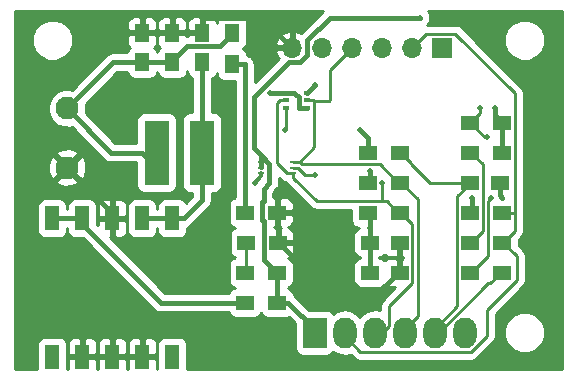
<source format=gbr>
G04 #@! TF.FileFunction,Copper,L1,Top,Signal*
%FSLAX46Y46*%
G04 Gerber Fmt 4.6, Leading zero omitted, Abs format (unit mm)*
G04 Created by KiCad (PCBNEW 4.0.1-stable) date 5/23/2018 12:30:49 PM*
%MOMM*%
G01*
G04 APERTURE LIST*
%ADD10C,0.100000*%
%ADD11R,1.700000X1.700000*%
%ADD12O,1.700000X1.700000*%
%ADD13R,2.000000X2.600000*%
%ADD14O,2.000000X2.600000*%
%ADD15C,1.950000*%
%ADD16R,0.550000X0.300000*%
%ADD17R,0.550000X0.250000*%
%ADD18R,1.500000X1.250000*%
%ADD19R,1.250000X1.500000*%
%ADD20R,2.150000X5.500000*%
%ADD21R,1.500000X1.300000*%
%ADD22R,1.200000X2.100000*%
%ADD23R,1.300000X1.500000*%
%ADD24C,0.500000*%
%ADD25C,0.400000*%
%ADD26C,0.300000*%
%ADD27C,0.250000*%
%ADD28C,0.254000*%
G04 APERTURE END LIST*
D10*
D11*
X148590000Y-95250000D03*
D12*
X146050000Y-95250000D03*
X143510000Y-95250000D03*
X140970000Y-95250000D03*
X138430000Y-95250000D03*
X135890000Y-95250000D03*
D13*
X137795000Y-119380000D03*
D14*
X140335000Y-119380000D03*
X142875000Y-119380000D03*
X145415000Y-119380000D03*
X147955000Y-119380000D03*
X150495000Y-119380000D03*
D15*
X116840000Y-105410000D03*
X116840000Y-100410000D03*
D16*
X135410000Y-99060000D03*
X135410000Y-99710000D03*
X135410000Y-100360000D03*
X137160000Y-100360000D03*
X137160000Y-99710000D03*
X137160000Y-99060000D03*
D17*
X135995000Y-104910000D03*
X133245000Y-104910000D03*
X133245000Y-105410000D03*
X133245000Y-105910000D03*
X135995000Y-105910000D03*
X135995000Y-105410000D03*
D18*
X142480000Y-111760000D03*
X144980000Y-111760000D03*
X142480000Y-114300000D03*
X144980000Y-114300000D03*
D19*
X123190000Y-96500000D03*
X123190000Y-94000000D03*
X125730000Y-96500000D03*
X125730000Y-94000000D03*
X128270000Y-96500000D03*
X128270000Y-94000000D03*
D18*
X150977600Y-106680000D03*
X153477600Y-106680000D03*
D20*
X124420000Y-104140000D03*
X128270000Y-104140000D03*
D21*
X134620000Y-116840000D03*
X131920000Y-116840000D03*
X142280000Y-106680000D03*
X144980000Y-106680000D03*
X142280000Y-109220000D03*
X144980000Y-109220000D03*
X150970000Y-109220000D03*
X153670000Y-109220000D03*
X142280000Y-104140000D03*
X144980000Y-104140000D03*
D22*
X115570000Y-121420000D03*
X118110000Y-121420000D03*
X125730000Y-121420000D03*
X123190000Y-121420000D03*
X115570000Y-109720000D03*
X118110000Y-109720000D03*
X125730000Y-109720000D03*
X123190000Y-109720000D03*
X120650000Y-109720000D03*
X120650000Y-121420000D03*
D23*
X130810000Y-96680000D03*
X130810000Y-93980000D03*
D21*
X131920000Y-114300000D03*
X134620000Y-114300000D03*
X150970000Y-104140000D03*
X153670000Y-104140000D03*
X150970000Y-101600000D03*
X153670000Y-101600000D03*
X131920000Y-109220000D03*
X134620000Y-109220000D03*
X132000000Y-111760000D03*
X134700000Y-111760000D03*
X150970000Y-111760000D03*
X153670000Y-111760000D03*
X150970000Y-114300000D03*
X153670000Y-114300000D03*
D24*
X121920000Y-99695000D03*
X120015000Y-93980000D03*
X133204195Y-93559815D03*
X156210000Y-100965000D03*
X156845000Y-109855000D03*
X132080000Y-119380000D03*
X116205000Y-114935000D03*
X141605000Y-102235000D03*
X146685000Y-92710000D03*
X137795000Y-98425000D03*
X142440000Y-110490000D03*
X142440000Y-105690011D03*
X153035000Y-100330000D03*
X151130000Y-107950000D03*
X153670000Y-107950000D03*
X133985000Y-99060000D03*
X121920000Y-112395000D03*
X118110000Y-118110000D03*
X132715000Y-106680000D03*
X134620000Y-107315000D03*
X137795000Y-106045000D03*
X135255000Y-102235000D03*
X143510000Y-106680000D03*
X152349200Y-102819200D03*
X152704800Y-108000800D03*
X151765000Y-100330000D03*
D25*
X142280000Y-104140000D02*
X142280000Y-102910000D01*
X142280000Y-102910000D02*
X141605000Y-102235000D01*
X133350000Y-109855000D02*
X133350000Y-108369998D01*
X133350000Y-108369998D02*
X133470000Y-108249998D01*
X133470000Y-108249998D02*
X133470000Y-107195000D01*
X133470000Y-113250000D02*
X133470000Y-109975000D01*
X133470000Y-109975000D02*
X133350000Y-109855000D01*
X133245000Y-104385000D02*
X132619989Y-103759989D01*
X132619989Y-99463009D02*
X135582997Y-96500001D01*
X132619989Y-103759989D02*
X132619989Y-99463009D01*
X135582997Y-96500001D02*
X136529999Y-96500001D01*
X137179999Y-95850001D02*
X137179999Y-94649999D01*
X136529999Y-96500001D02*
X137179999Y-95850001D01*
X139119998Y-92710000D02*
X146685000Y-92710000D01*
X137179999Y-94649999D02*
X139119998Y-92710000D01*
X135555000Y-116840000D02*
X137795000Y-119080000D01*
X137795000Y-119080000D02*
X137795000Y-119380000D01*
X137160000Y-99060000D02*
X137795000Y-98425000D01*
X133969999Y-106695001D02*
X133470000Y-107195000D01*
X133245000Y-104385000D02*
X133969999Y-105109999D01*
X133969999Y-105109999D02*
X133969999Y-106695001D01*
X133245000Y-104910000D02*
X133245000Y-105359990D01*
X133245000Y-104910000D02*
X133245000Y-105305000D01*
X133245000Y-104385000D02*
X133245000Y-104910000D01*
X135555000Y-116840000D02*
X134620000Y-116840000D01*
X142480000Y-111760000D02*
X142480000Y-110530000D01*
X142480000Y-110530000D02*
X142440000Y-110490000D01*
X142440000Y-110490000D02*
X142440000Y-114260000D01*
X142440000Y-114260000D02*
X142480000Y-114300000D01*
X142440000Y-110490000D02*
X142440000Y-109380000D01*
X142440000Y-109380000D02*
X142280000Y-109220000D01*
X142440000Y-105690011D02*
X142440000Y-106520000D01*
X142440000Y-106520000D02*
X142280000Y-106680000D01*
X142440000Y-103980000D02*
X142280000Y-104140000D01*
X153670000Y-104140000D02*
X153670000Y-101600000D01*
X153035000Y-100330000D02*
X153035000Y-100965000D01*
X153035000Y-100965000D02*
X153670000Y-101600000D01*
X151130000Y-107950000D02*
X151130000Y-109060000D01*
X151130000Y-109060000D02*
X150970000Y-109220000D01*
X133470000Y-113250000D02*
X134520000Y-114300000D01*
X134520000Y-114300000D02*
X134620000Y-114300000D01*
X134620000Y-116840000D02*
X134620000Y-114300000D01*
X153477600Y-106680000D02*
X153477600Y-107757600D01*
X153477600Y-107757600D02*
X153670000Y-107950000D01*
X133350000Y-92710000D02*
X135890000Y-95250000D01*
X128410000Y-92710000D02*
X133350000Y-92710000D01*
X128270000Y-94000000D02*
X128270000Y-92850000D01*
X128270000Y-92850000D02*
X128410000Y-92710000D01*
X135410000Y-99060000D02*
X136085000Y-99060000D01*
X136085000Y-99060000D02*
X136484995Y-99459995D01*
X136484995Y-99459995D02*
X136485000Y-100360000D01*
X136485000Y-100360000D02*
X137160000Y-100360000D01*
X135410000Y-99060000D02*
X133985000Y-99060000D01*
X142950000Y-116205000D02*
X139245000Y-116205000D01*
X139245000Y-116205000D02*
X134800000Y-111760000D01*
X134800000Y-111760000D02*
X134700000Y-111760000D01*
X144980000Y-114300000D02*
X144855000Y-114300000D01*
X144855000Y-114300000D02*
X142950000Y-116205000D01*
X120650000Y-109720000D02*
X120650000Y-111125000D01*
X120650000Y-111125000D02*
X121920000Y-112395000D01*
X120650000Y-109720000D02*
X120650000Y-109270000D01*
X120650000Y-109270000D02*
X116840000Y-105460000D01*
X116840000Y-105460000D02*
X116840000Y-105410000D01*
X118110000Y-121420000D02*
X118110000Y-118110000D01*
D26*
X133245000Y-105910000D02*
X133245000Y-106150000D01*
X133245000Y-106150000D02*
X132715000Y-106680000D01*
D25*
X134620000Y-109220000D02*
X134620000Y-107315000D01*
X116840000Y-100410000D02*
X120570000Y-104140000D01*
X120570000Y-104140000D02*
X123170000Y-104140000D01*
X123170000Y-104140000D02*
X123190000Y-104160000D01*
X116840000Y-100410000D02*
X120750000Y-96500000D01*
X120750000Y-96500000D02*
X123190000Y-96500000D01*
X123190000Y-96500000D02*
X125730000Y-96500000D01*
X123190000Y-104160000D02*
X123805000Y-104775000D01*
X125730000Y-96500000D02*
X125730000Y-96375000D01*
X125730000Y-96375000D02*
X126954999Y-95150001D01*
X126954999Y-95150001D02*
X129739999Y-95150001D01*
X129739999Y-95150001D02*
X130810000Y-94080000D01*
X130810000Y-94080000D02*
X130810000Y-93980000D01*
X125670000Y-96560000D02*
X125730000Y-96500000D01*
X128270000Y-96500000D02*
X128270000Y-104140000D01*
X125730000Y-109720000D02*
X126730000Y-109720000D01*
X126730000Y-109720000D02*
X128270000Y-108180000D01*
X128270000Y-108180000D02*
X128270000Y-107290000D01*
X128270000Y-107290000D02*
X128270000Y-104140000D01*
X123190000Y-109720000D02*
X125730000Y-109720000D01*
D27*
X135995000Y-105410000D02*
X136383590Y-105410000D01*
X136383590Y-105410000D02*
X137018590Y-106045000D01*
X137018590Y-106045000D02*
X137795000Y-106045000D01*
X151170000Y-106680000D02*
X147520000Y-106680000D01*
X147520000Y-106680000D02*
X145980000Y-105140000D01*
X145980000Y-105140000D02*
X145980000Y-105040000D01*
X145980000Y-105040000D02*
X145080000Y-104140000D01*
X145080000Y-104140000D02*
X144980000Y-104140000D01*
X149860000Y-117175000D02*
X149860000Y-107865000D01*
X149860000Y-107865000D02*
X149875000Y-107850000D01*
X147955000Y-119380000D02*
X147955000Y-119080000D01*
X147955000Y-119080000D02*
X149860000Y-117175000D01*
X147955000Y-119380000D02*
X148321153Y-119380000D01*
X148321153Y-119380000D02*
X152501153Y-115200000D01*
X152501153Y-115200000D02*
X152670000Y-115200000D01*
X152670000Y-115200000D02*
X153570000Y-114300000D01*
X153570000Y-114300000D02*
X153670000Y-114300000D01*
X149860000Y-107850000D02*
X149875000Y-107850000D01*
X149875000Y-107850000D02*
X151045000Y-106680000D01*
X151045000Y-106680000D02*
X151170000Y-106680000D01*
X135410000Y-100360000D02*
X135410000Y-102080000D01*
X135410000Y-102080000D02*
X135255000Y-102235000D01*
X146050000Y-95250000D02*
X147225001Y-94074999D01*
X147225001Y-94074999D02*
X149700001Y-94074999D01*
X149700001Y-94074999D02*
X154745001Y-99119999D01*
X154745001Y-99119999D02*
X154745001Y-100689999D01*
X154940000Y-114935000D02*
X154940000Y-112930000D01*
X154940000Y-112930000D02*
X154745001Y-112735001D01*
X152400000Y-117475000D02*
X154940000Y-114935000D01*
X152400000Y-119648847D02*
X152400000Y-117475000D01*
X140335000Y-119380000D02*
X140335000Y-119680000D01*
X140335000Y-119680000D02*
X141660010Y-121005010D01*
X141660010Y-121005010D02*
X151043837Y-121005010D01*
X151043837Y-121005010D02*
X152400000Y-119648847D01*
X154745001Y-110784999D02*
X154745001Y-109220000D01*
X154745001Y-109220000D02*
X154745001Y-100689999D01*
X153670000Y-109220000D02*
X154745001Y-109220000D01*
X153670000Y-111760000D02*
X153770000Y-111760000D01*
X153770000Y-111760000D02*
X154745001Y-110784999D01*
X154745001Y-112735001D02*
X153770000Y-111760000D01*
D26*
X153670000Y-111760000D02*
X153570000Y-111760000D01*
D27*
X143510000Y-108244999D02*
X137954999Y-108244999D01*
X143904999Y-108244999D02*
X143510000Y-108244999D01*
X143510000Y-108244999D02*
X143510000Y-106680000D01*
X135995000Y-105910000D02*
X135470000Y-105910000D01*
X135470000Y-105910000D02*
X134620000Y-105060000D01*
X134620000Y-105060000D02*
X134620000Y-99975000D01*
X134620000Y-99975000D02*
X134885000Y-99710000D01*
X134885000Y-99710000D02*
X135410000Y-99710000D01*
X144980000Y-109220000D02*
X144880000Y-109220000D01*
X144880000Y-109220000D02*
X143904999Y-108244999D01*
X137954999Y-108244999D02*
X135995000Y-106285000D01*
X135995000Y-106285000D02*
X135995000Y-105910000D01*
X142875000Y-119380000D02*
X143510000Y-119380000D01*
X143510000Y-119380000D02*
X144089990Y-118800010D01*
X144089990Y-118800010D02*
X144089990Y-117150012D01*
X144089990Y-117150012D02*
X146055001Y-115185001D01*
X145080000Y-109220000D02*
X144980000Y-109220000D01*
X146055001Y-115185001D02*
X146055001Y-110195001D01*
X146055001Y-110195001D02*
X145080000Y-109220000D01*
X139065000Y-99695000D02*
X139065000Y-97155000D01*
X139065000Y-97155000D02*
X140970000Y-95250000D01*
X137760001Y-99785001D02*
X138974999Y-99785001D01*
X138974999Y-99785001D02*
X139065000Y-99695000D01*
X135995000Y-104910000D02*
X136520000Y-104910000D01*
X136520000Y-104910000D02*
X137760001Y-103669999D01*
X137760001Y-103669999D02*
X137760001Y-99785001D01*
X137760001Y-99785001D02*
X137685000Y-99710000D01*
X137685000Y-99710000D02*
X137160000Y-99710000D01*
X144980000Y-106680000D02*
X144880000Y-106680000D01*
X144880000Y-106680000D02*
X143315001Y-105115001D01*
X143315001Y-105115001D02*
X136725001Y-105115001D01*
X136725001Y-105115001D02*
X136520000Y-104910000D01*
X145415000Y-119380000D02*
X145415000Y-119080000D01*
X145415000Y-119080000D02*
X146505011Y-117989989D01*
X146505011Y-117989989D02*
X146505011Y-108105011D01*
X146505011Y-108105011D02*
X145080000Y-106680000D01*
X145080000Y-106680000D02*
X144980000Y-106680000D01*
D25*
X118110000Y-109720000D02*
X118110000Y-110170000D01*
X118110000Y-110170000D02*
X124780000Y-116840000D01*
X124780000Y-116840000D02*
X130770000Y-116840000D01*
X130770000Y-116840000D02*
X131920000Y-116840000D01*
X115570000Y-109720000D02*
X118110000Y-109720000D01*
X131920000Y-109220000D02*
X131920000Y-96740000D01*
X131920000Y-96740000D02*
X131860000Y-96680000D01*
X131860000Y-96680000D02*
X130810000Y-96680000D01*
D27*
X132000000Y-111760000D02*
X132000000Y-114220000D01*
X132000000Y-114220000D02*
X131920000Y-114300000D01*
X150970000Y-104140000D02*
X151070000Y-104140000D01*
X151070000Y-104140000D02*
X152052601Y-105122601D01*
X152052601Y-105122601D02*
X152052601Y-110777399D01*
X152052601Y-110777399D02*
X151070000Y-111760000D01*
X151070000Y-111760000D02*
X150970000Y-111760000D01*
X152349200Y-102819200D02*
X152189200Y-102819200D01*
X152189200Y-102819200D02*
X150970000Y-101600000D01*
X151070000Y-114300000D02*
X152502611Y-112867389D01*
X152502611Y-112867389D02*
X152502611Y-108202989D01*
X152502611Y-108202989D02*
X152704800Y-108000800D01*
X151765000Y-100330000D02*
X151765000Y-100805000D01*
X151765000Y-100805000D02*
X150970000Y-101600000D01*
X150970000Y-114300000D02*
X150970000Y-114775000D01*
X150970000Y-114300000D02*
X151070000Y-114300000D01*
X150970000Y-102075000D02*
X150970000Y-101600000D01*
D28*
G36*
X136664171Y-93984959D02*
X136656924Y-93978355D01*
X136246890Y-93808524D01*
X136017000Y-93929845D01*
X136017000Y-95123000D01*
X136037000Y-95123000D01*
X136037000Y-95377000D01*
X136017000Y-95377000D01*
X136017000Y-95397000D01*
X135763000Y-95397000D01*
X135763000Y-95377000D01*
X134569181Y-95377000D01*
X134448514Y-95606892D01*
X134694817Y-96131358D01*
X134734556Y-96167574D01*
X132755000Y-98147130D01*
X132755000Y-96740000D01*
X132691439Y-96420459D01*
X132510434Y-96149566D01*
X132450434Y-96089566D01*
X132269337Y-95968561D01*
X132179541Y-95908561D01*
X132100446Y-95892828D01*
X132063162Y-95694683D01*
X131924090Y-95478559D01*
X131711890Y-95333569D01*
X131698803Y-95330919D01*
X131911441Y-95194090D01*
X132056431Y-94981890D01*
X132074409Y-94893108D01*
X134448514Y-94893108D01*
X134569181Y-95123000D01*
X135763000Y-95123000D01*
X135763000Y-93929845D01*
X135533110Y-93808524D01*
X135123076Y-93978355D01*
X134694817Y-94368642D01*
X134448514Y-94893108D01*
X132074409Y-94893108D01*
X132107440Y-94730000D01*
X132107440Y-93230000D01*
X132063162Y-92994683D01*
X131924090Y-92778559D01*
X131711890Y-92633569D01*
X131460000Y-92582560D01*
X130160000Y-92582560D01*
X129924683Y-92626838D01*
X129708559Y-92765910D01*
X129563569Y-92978110D01*
X129530000Y-93143879D01*
X129530000Y-93123691D01*
X129433327Y-92890302D01*
X129254699Y-92711673D01*
X129021310Y-92615000D01*
X128555750Y-92615000D01*
X128397000Y-92773750D01*
X128397000Y-93873000D01*
X128417000Y-93873000D01*
X128417000Y-94127000D01*
X128397000Y-94127000D01*
X128397000Y-94147000D01*
X128143000Y-94147000D01*
X128143000Y-94127000D01*
X127168750Y-94127000D01*
X127010000Y-94285750D01*
X127010000Y-94315001D01*
X126990000Y-94315001D01*
X126990000Y-94285750D01*
X126831250Y-94127000D01*
X125857000Y-94127000D01*
X125857000Y-94147000D01*
X125603000Y-94147000D01*
X125603000Y-94127000D01*
X124628750Y-94127000D01*
X124470000Y-94285750D01*
X124470000Y-94876309D01*
X124566673Y-95109698D01*
X124707910Y-95250936D01*
X124653559Y-95285910D01*
X124508569Y-95498110D01*
X124474773Y-95665000D01*
X124446446Y-95665000D01*
X124418162Y-95514683D01*
X124279090Y-95298559D01*
X124210994Y-95252031D01*
X124353327Y-95109698D01*
X124450000Y-94876309D01*
X124450000Y-94285750D01*
X124291250Y-94127000D01*
X123317000Y-94127000D01*
X123317000Y-94147000D01*
X123063000Y-94147000D01*
X123063000Y-94127000D01*
X122088750Y-94127000D01*
X121930000Y-94285750D01*
X121930000Y-94876309D01*
X122026673Y-95109698D01*
X122167910Y-95250936D01*
X122113559Y-95285910D01*
X121968569Y-95498110D01*
X121934773Y-95665000D01*
X120750000Y-95665000D01*
X120430459Y-95728561D01*
X120161070Y-95908561D01*
X120159566Y-95909566D01*
X117237400Y-98831732D01*
X117161654Y-98800280D01*
X116521156Y-98799721D01*
X115929200Y-99044312D01*
X115475904Y-99496817D01*
X115230280Y-100088346D01*
X115229721Y-100728844D01*
X115474312Y-101320800D01*
X115926817Y-101774096D01*
X116518346Y-102019720D01*
X117158844Y-102020279D01*
X117237083Y-101987951D01*
X119979566Y-104730434D01*
X120250460Y-104911440D01*
X120570000Y-104975000D01*
X122697560Y-104975000D01*
X122697560Y-106890000D01*
X122741838Y-107125317D01*
X122880910Y-107341441D01*
X123093110Y-107486431D01*
X123345000Y-107537440D01*
X125495000Y-107537440D01*
X125730317Y-107493162D01*
X125946441Y-107354090D01*
X126091431Y-107141890D01*
X126142440Y-106890000D01*
X126142440Y-101390000D01*
X126098162Y-101154683D01*
X125959090Y-100938559D01*
X125746890Y-100793569D01*
X125495000Y-100742560D01*
X123345000Y-100742560D01*
X123109683Y-100786838D01*
X122893559Y-100925910D01*
X122748569Y-101138110D01*
X122697560Y-101390000D01*
X122697560Y-103305000D01*
X120915868Y-103305000D01*
X118418268Y-100807400D01*
X118449720Y-100731654D01*
X118450279Y-100091156D01*
X118417951Y-100012917D01*
X121095868Y-97335000D01*
X121933554Y-97335000D01*
X121961838Y-97485317D01*
X122100910Y-97701441D01*
X122313110Y-97846431D01*
X122565000Y-97897440D01*
X123815000Y-97897440D01*
X124050317Y-97853162D01*
X124266441Y-97714090D01*
X124411431Y-97501890D01*
X124445227Y-97335000D01*
X124473554Y-97335000D01*
X124501838Y-97485317D01*
X124640910Y-97701441D01*
X124853110Y-97846431D01*
X125105000Y-97897440D01*
X126355000Y-97897440D01*
X126590317Y-97853162D01*
X126806441Y-97714090D01*
X126951431Y-97501890D01*
X126999910Y-97262491D01*
X127041838Y-97485317D01*
X127180910Y-97701441D01*
X127393110Y-97846431D01*
X127435000Y-97854914D01*
X127435000Y-100742560D01*
X127195000Y-100742560D01*
X126959683Y-100786838D01*
X126743559Y-100925910D01*
X126598569Y-101138110D01*
X126547560Y-101390000D01*
X126547560Y-106890000D01*
X126591838Y-107125317D01*
X126730910Y-107341441D01*
X126943110Y-107486431D01*
X127195000Y-107537440D01*
X127435000Y-107537440D01*
X127435000Y-107834132D01*
X126894512Y-108374620D01*
X126794090Y-108218559D01*
X126581890Y-108073569D01*
X126330000Y-108022560D01*
X125130000Y-108022560D01*
X124894683Y-108066838D01*
X124678559Y-108205910D01*
X124533569Y-108418110D01*
X124482560Y-108670000D01*
X124482560Y-108885000D01*
X124437440Y-108885000D01*
X124437440Y-108670000D01*
X124393162Y-108434683D01*
X124254090Y-108218559D01*
X124041890Y-108073569D01*
X123790000Y-108022560D01*
X122590000Y-108022560D01*
X122354683Y-108066838D01*
X122138559Y-108205910D01*
X121993569Y-108418110D01*
X121942560Y-108670000D01*
X121942560Y-110770000D01*
X121986838Y-111005317D01*
X122125910Y-111221441D01*
X122338110Y-111366431D01*
X122590000Y-111417440D01*
X123790000Y-111417440D01*
X124025317Y-111373162D01*
X124241441Y-111234090D01*
X124386431Y-111021890D01*
X124437440Y-110770000D01*
X124437440Y-110555000D01*
X124482560Y-110555000D01*
X124482560Y-110770000D01*
X124526838Y-111005317D01*
X124665910Y-111221441D01*
X124878110Y-111366431D01*
X125130000Y-111417440D01*
X126330000Y-111417440D01*
X126565317Y-111373162D01*
X126781441Y-111234090D01*
X126926431Y-111021890D01*
X126977440Y-110770000D01*
X126977440Y-110505781D01*
X127049541Y-110491439D01*
X127320434Y-110310434D01*
X128860434Y-108770434D01*
X128927542Y-108670000D01*
X129041439Y-108499541D01*
X129105000Y-108180000D01*
X129105000Y-107537440D01*
X129345000Y-107537440D01*
X129580317Y-107493162D01*
X129796441Y-107354090D01*
X129941431Y-107141890D01*
X129992440Y-106890000D01*
X129992440Y-101390000D01*
X129948162Y-101154683D01*
X129809090Y-100938559D01*
X129596890Y-100793569D01*
X129345000Y-100742560D01*
X129105000Y-100742560D01*
X129105000Y-97857926D01*
X129130317Y-97853162D01*
X129346441Y-97714090D01*
X129491431Y-97501890D01*
X129512560Y-97397552D01*
X129512560Y-97430000D01*
X129556838Y-97665317D01*
X129695910Y-97881441D01*
X129908110Y-98026431D01*
X130160000Y-98077440D01*
X131085000Y-98077440D01*
X131085000Y-107938554D01*
X130934683Y-107966838D01*
X130718559Y-108105910D01*
X130573569Y-108318110D01*
X130522560Y-108570000D01*
X130522560Y-109870000D01*
X130566838Y-110105317D01*
X130705910Y-110321441D01*
X130918110Y-110466431D01*
X131068054Y-110496795D01*
X131014683Y-110506838D01*
X130798559Y-110645910D01*
X130653569Y-110858110D01*
X130602560Y-111110000D01*
X130602560Y-112410000D01*
X130646838Y-112645317D01*
X130785910Y-112861441D01*
X130998110Y-113006431D01*
X131070991Y-113021190D01*
X130934683Y-113046838D01*
X130718559Y-113185910D01*
X130573569Y-113398110D01*
X130522560Y-113650000D01*
X130522560Y-114950000D01*
X130566838Y-115185317D01*
X130705910Y-115401441D01*
X130918110Y-115546431D01*
X131029523Y-115568993D01*
X130934683Y-115586838D01*
X130718559Y-115725910D01*
X130573569Y-115938110D01*
X130560023Y-116005000D01*
X125125868Y-116005000D01*
X120445059Y-111324191D01*
X120523000Y-111246250D01*
X120523000Y-109847000D01*
X120777000Y-109847000D01*
X120777000Y-111246250D01*
X120935750Y-111405000D01*
X121376309Y-111405000D01*
X121609698Y-111308327D01*
X121788327Y-111129699D01*
X121885000Y-110896310D01*
X121885000Y-110005750D01*
X121726250Y-109847000D01*
X120777000Y-109847000D01*
X120523000Y-109847000D01*
X119573750Y-109847000D01*
X119415000Y-110005750D01*
X119415000Y-110294132D01*
X119357440Y-110236572D01*
X119357440Y-108670000D01*
X119333674Y-108543690D01*
X119415000Y-108543690D01*
X119415000Y-109434250D01*
X119573750Y-109593000D01*
X120523000Y-109593000D01*
X120523000Y-108193750D01*
X120777000Y-108193750D01*
X120777000Y-109593000D01*
X121726250Y-109593000D01*
X121885000Y-109434250D01*
X121885000Y-108543690D01*
X121788327Y-108310301D01*
X121609698Y-108131673D01*
X121376309Y-108035000D01*
X120935750Y-108035000D01*
X120777000Y-108193750D01*
X120523000Y-108193750D01*
X120364250Y-108035000D01*
X119923691Y-108035000D01*
X119690302Y-108131673D01*
X119511673Y-108310301D01*
X119415000Y-108543690D01*
X119333674Y-108543690D01*
X119313162Y-108434683D01*
X119174090Y-108218559D01*
X118961890Y-108073569D01*
X118710000Y-108022560D01*
X117510000Y-108022560D01*
X117274683Y-108066838D01*
X117058559Y-108205910D01*
X116913569Y-108418110D01*
X116862560Y-108670000D01*
X116862560Y-108885000D01*
X116817440Y-108885000D01*
X116817440Y-108670000D01*
X116773162Y-108434683D01*
X116634090Y-108218559D01*
X116421890Y-108073569D01*
X116170000Y-108022560D01*
X114970000Y-108022560D01*
X114734683Y-108066838D01*
X114518559Y-108205910D01*
X114373569Y-108418110D01*
X114322560Y-108670000D01*
X114322560Y-110770000D01*
X114366838Y-111005317D01*
X114505910Y-111221441D01*
X114718110Y-111366431D01*
X114970000Y-111417440D01*
X116170000Y-111417440D01*
X116405317Y-111373162D01*
X116621441Y-111234090D01*
X116766431Y-111021890D01*
X116817440Y-110770000D01*
X116817440Y-110555000D01*
X116862560Y-110555000D01*
X116862560Y-110770000D01*
X116906838Y-111005317D01*
X117045910Y-111221441D01*
X117258110Y-111366431D01*
X117510000Y-111417440D01*
X118176572Y-111417440D01*
X124189566Y-117430434D01*
X124460459Y-117611439D01*
X124780000Y-117675000D01*
X130557370Y-117675000D01*
X130566838Y-117725317D01*
X130705910Y-117941441D01*
X130918110Y-118086431D01*
X131170000Y-118137440D01*
X132670000Y-118137440D01*
X132905317Y-118093162D01*
X133121441Y-117954090D01*
X133266431Y-117741890D01*
X133269081Y-117728803D01*
X133405910Y-117941441D01*
X133618110Y-118086431D01*
X133870000Y-118137440D01*
X135370000Y-118137440D01*
X135605317Y-118093162D01*
X135618689Y-118084557D01*
X136147560Y-118613428D01*
X136147560Y-120680000D01*
X136191838Y-120915317D01*
X136330910Y-121131441D01*
X136543110Y-121276431D01*
X136795000Y-121327440D01*
X138795000Y-121327440D01*
X139030317Y-121283162D01*
X139246441Y-121144090D01*
X139351951Y-120989671D01*
X139709313Y-121228452D01*
X140335000Y-121352909D01*
X140833875Y-121253677D01*
X141122609Y-121542411D01*
X141369171Y-121707158D01*
X141660010Y-121765010D01*
X151043837Y-121765010D01*
X151334676Y-121707158D01*
X151581238Y-121542411D01*
X152937401Y-120186248D01*
X153102148Y-119939686D01*
X153145130Y-119723599D01*
X153839699Y-119723599D01*
X154103281Y-120361515D01*
X154590918Y-120850004D01*
X155228373Y-121114699D01*
X155918599Y-121115301D01*
X156556515Y-120851719D01*
X157045004Y-120364082D01*
X157309699Y-119726627D01*
X157310301Y-119036401D01*
X157046719Y-118398485D01*
X156559082Y-117909996D01*
X155921627Y-117645301D01*
X155231401Y-117644699D01*
X154593485Y-117908281D01*
X154104996Y-118395918D01*
X153840301Y-119033373D01*
X153839699Y-119723599D01*
X153145130Y-119723599D01*
X153160000Y-119648847D01*
X153160000Y-117789802D01*
X155477401Y-115472401D01*
X155642148Y-115225840D01*
X155660217Y-115135000D01*
X155700000Y-114935000D01*
X155700000Y-112930000D01*
X155642148Y-112639161D01*
X155642148Y-112639160D01*
X155477401Y-112392599D01*
X155067440Y-111982638D01*
X155067440Y-111537362D01*
X155282402Y-111322400D01*
X155447149Y-111075838D01*
X155505001Y-110784999D01*
X155505001Y-99119999D01*
X155447149Y-98829160D01*
X155447149Y-98829159D01*
X155282402Y-98582598D01*
X151658403Y-94958599D01*
X153839699Y-94958599D01*
X154103281Y-95596515D01*
X154590918Y-96085004D01*
X155228373Y-96349699D01*
X155918599Y-96350301D01*
X156556515Y-96086719D01*
X157045004Y-95599082D01*
X157309699Y-94961627D01*
X157310301Y-94271401D01*
X157046719Y-93633485D01*
X156559082Y-93144996D01*
X155921627Y-92880301D01*
X155231401Y-92879699D01*
X154593485Y-93143281D01*
X154104996Y-93630918D01*
X153840301Y-94268373D01*
X153839699Y-94958599D01*
X151658403Y-94958599D01*
X150237402Y-93537598D01*
X149990840Y-93372851D01*
X149700001Y-93314999D01*
X147331617Y-93314999D01*
X147434829Y-93211967D01*
X147569846Y-92886810D01*
X147570153Y-92534735D01*
X147435704Y-92209343D01*
X147351508Y-92125000D01*
X158700000Y-92125000D01*
X158700000Y-122505000D01*
X126970352Y-122505000D01*
X126977440Y-122470000D01*
X126977440Y-120370000D01*
X126933162Y-120134683D01*
X126794090Y-119918559D01*
X126581890Y-119773569D01*
X126330000Y-119722560D01*
X125130000Y-119722560D01*
X124894683Y-119766838D01*
X124678559Y-119905910D01*
X124533569Y-120118110D01*
X124482560Y-120370000D01*
X124482560Y-122470000D01*
X124489146Y-122505000D01*
X124425000Y-122505000D01*
X124425000Y-121705750D01*
X124266250Y-121547000D01*
X123317000Y-121547000D01*
X123317000Y-121567000D01*
X123063000Y-121567000D01*
X123063000Y-121547000D01*
X122113750Y-121547000D01*
X121955000Y-121705750D01*
X121955000Y-122505000D01*
X121885000Y-122505000D01*
X121885000Y-121705750D01*
X121726250Y-121547000D01*
X120777000Y-121547000D01*
X120777000Y-121567000D01*
X120523000Y-121567000D01*
X120523000Y-121547000D01*
X119573750Y-121547000D01*
X119415000Y-121705750D01*
X119415000Y-122505000D01*
X119345000Y-122505000D01*
X119345000Y-121705750D01*
X119186250Y-121547000D01*
X118237000Y-121547000D01*
X118237000Y-121567000D01*
X117983000Y-121567000D01*
X117983000Y-121547000D01*
X117033750Y-121547000D01*
X116875000Y-121705750D01*
X116875000Y-122505000D01*
X116810352Y-122505000D01*
X116817440Y-122470000D01*
X116817440Y-120370000D01*
X116793674Y-120243690D01*
X116875000Y-120243690D01*
X116875000Y-121134250D01*
X117033750Y-121293000D01*
X117983000Y-121293000D01*
X117983000Y-119893750D01*
X118237000Y-119893750D01*
X118237000Y-121293000D01*
X119186250Y-121293000D01*
X119345000Y-121134250D01*
X119345000Y-120243690D01*
X119415000Y-120243690D01*
X119415000Y-121134250D01*
X119573750Y-121293000D01*
X120523000Y-121293000D01*
X120523000Y-119893750D01*
X120777000Y-119893750D01*
X120777000Y-121293000D01*
X121726250Y-121293000D01*
X121885000Y-121134250D01*
X121885000Y-120243690D01*
X121955000Y-120243690D01*
X121955000Y-121134250D01*
X122113750Y-121293000D01*
X123063000Y-121293000D01*
X123063000Y-119893750D01*
X123317000Y-119893750D01*
X123317000Y-121293000D01*
X124266250Y-121293000D01*
X124425000Y-121134250D01*
X124425000Y-120243690D01*
X124328327Y-120010301D01*
X124149698Y-119831673D01*
X123916309Y-119735000D01*
X123475750Y-119735000D01*
X123317000Y-119893750D01*
X123063000Y-119893750D01*
X122904250Y-119735000D01*
X122463691Y-119735000D01*
X122230302Y-119831673D01*
X122051673Y-120010301D01*
X121955000Y-120243690D01*
X121885000Y-120243690D01*
X121788327Y-120010301D01*
X121609698Y-119831673D01*
X121376309Y-119735000D01*
X120935750Y-119735000D01*
X120777000Y-119893750D01*
X120523000Y-119893750D01*
X120364250Y-119735000D01*
X119923691Y-119735000D01*
X119690302Y-119831673D01*
X119511673Y-120010301D01*
X119415000Y-120243690D01*
X119345000Y-120243690D01*
X119248327Y-120010301D01*
X119069698Y-119831673D01*
X118836309Y-119735000D01*
X118395750Y-119735000D01*
X118237000Y-119893750D01*
X117983000Y-119893750D01*
X117824250Y-119735000D01*
X117383691Y-119735000D01*
X117150302Y-119831673D01*
X116971673Y-120010301D01*
X116875000Y-120243690D01*
X116793674Y-120243690D01*
X116773162Y-120134683D01*
X116634090Y-119918559D01*
X116421890Y-119773569D01*
X116170000Y-119722560D01*
X114970000Y-119722560D01*
X114734683Y-119766838D01*
X114518559Y-119905910D01*
X114373569Y-120118110D01*
X114322560Y-120370000D01*
X114322560Y-122470000D01*
X114329146Y-122505000D01*
X112445000Y-122505000D01*
X112445000Y-106544442D01*
X115885163Y-106544442D01*
X115980763Y-106808704D01*
X116581429Y-107031049D01*
X117221461Y-107006605D01*
X117699237Y-106808704D01*
X117794837Y-106544442D01*
X116840000Y-105589605D01*
X115885163Y-106544442D01*
X112445000Y-106544442D01*
X112445000Y-105151429D01*
X115218951Y-105151429D01*
X115243395Y-105791461D01*
X115441296Y-106269237D01*
X115705558Y-106364837D01*
X116660395Y-105410000D01*
X117019605Y-105410000D01*
X117974442Y-106364837D01*
X118238704Y-106269237D01*
X118461049Y-105668571D01*
X118436605Y-105028539D01*
X118238704Y-104550763D01*
X117974442Y-104455163D01*
X117019605Y-105410000D01*
X116660395Y-105410000D01*
X115705558Y-104455163D01*
X115441296Y-104550763D01*
X115218951Y-105151429D01*
X112445000Y-105151429D01*
X112445000Y-104275558D01*
X115885163Y-104275558D01*
X116840000Y-105230395D01*
X117794837Y-104275558D01*
X117699237Y-104011296D01*
X117098571Y-103788951D01*
X116458539Y-103813395D01*
X115980763Y-104011296D01*
X115885163Y-104275558D01*
X112445000Y-104275558D01*
X112445000Y-94958599D01*
X113834699Y-94958599D01*
X114098281Y-95596515D01*
X114585918Y-96085004D01*
X115223373Y-96349699D01*
X115913599Y-96350301D01*
X116551515Y-96086719D01*
X117040004Y-95599082D01*
X117304699Y-94961627D01*
X117305301Y-94271401D01*
X117041719Y-93633485D01*
X116554082Y-93144996D01*
X116502774Y-93123691D01*
X121930000Y-93123691D01*
X121930000Y-93714250D01*
X122088750Y-93873000D01*
X123063000Y-93873000D01*
X123063000Y-92773750D01*
X123317000Y-92773750D01*
X123317000Y-93873000D01*
X124291250Y-93873000D01*
X124450000Y-93714250D01*
X124450000Y-93123691D01*
X124470000Y-93123691D01*
X124470000Y-93714250D01*
X124628750Y-93873000D01*
X125603000Y-93873000D01*
X125603000Y-92773750D01*
X125857000Y-92773750D01*
X125857000Y-93873000D01*
X126831250Y-93873000D01*
X126990000Y-93714250D01*
X126990000Y-93123691D01*
X127010000Y-93123691D01*
X127010000Y-93714250D01*
X127168750Y-93873000D01*
X128143000Y-93873000D01*
X128143000Y-92773750D01*
X127984250Y-92615000D01*
X127518690Y-92615000D01*
X127285301Y-92711673D01*
X127106673Y-92890302D01*
X127010000Y-93123691D01*
X126990000Y-93123691D01*
X126893327Y-92890302D01*
X126714699Y-92711673D01*
X126481310Y-92615000D01*
X126015750Y-92615000D01*
X125857000Y-92773750D01*
X125603000Y-92773750D01*
X125444250Y-92615000D01*
X124978690Y-92615000D01*
X124745301Y-92711673D01*
X124566673Y-92890302D01*
X124470000Y-93123691D01*
X124450000Y-93123691D01*
X124353327Y-92890302D01*
X124174699Y-92711673D01*
X123941310Y-92615000D01*
X123475750Y-92615000D01*
X123317000Y-92773750D01*
X123063000Y-92773750D01*
X122904250Y-92615000D01*
X122438690Y-92615000D01*
X122205301Y-92711673D01*
X122026673Y-92890302D01*
X121930000Y-93123691D01*
X116502774Y-93123691D01*
X115916627Y-92880301D01*
X115226401Y-92879699D01*
X114588485Y-93143281D01*
X114099996Y-93630918D01*
X113835301Y-94268373D01*
X113834699Y-94958599D01*
X112445000Y-94958599D01*
X112445000Y-92125000D01*
X138524130Y-92125000D01*
X136664171Y-93984959D01*
X136664171Y-93984959D01*
G37*
X136664171Y-93984959D02*
X136656924Y-93978355D01*
X136246890Y-93808524D01*
X136017000Y-93929845D01*
X136017000Y-95123000D01*
X136037000Y-95123000D01*
X136037000Y-95377000D01*
X136017000Y-95377000D01*
X136017000Y-95397000D01*
X135763000Y-95397000D01*
X135763000Y-95377000D01*
X134569181Y-95377000D01*
X134448514Y-95606892D01*
X134694817Y-96131358D01*
X134734556Y-96167574D01*
X132755000Y-98147130D01*
X132755000Y-96740000D01*
X132691439Y-96420459D01*
X132510434Y-96149566D01*
X132450434Y-96089566D01*
X132269337Y-95968561D01*
X132179541Y-95908561D01*
X132100446Y-95892828D01*
X132063162Y-95694683D01*
X131924090Y-95478559D01*
X131711890Y-95333569D01*
X131698803Y-95330919D01*
X131911441Y-95194090D01*
X132056431Y-94981890D01*
X132074409Y-94893108D01*
X134448514Y-94893108D01*
X134569181Y-95123000D01*
X135763000Y-95123000D01*
X135763000Y-93929845D01*
X135533110Y-93808524D01*
X135123076Y-93978355D01*
X134694817Y-94368642D01*
X134448514Y-94893108D01*
X132074409Y-94893108D01*
X132107440Y-94730000D01*
X132107440Y-93230000D01*
X132063162Y-92994683D01*
X131924090Y-92778559D01*
X131711890Y-92633569D01*
X131460000Y-92582560D01*
X130160000Y-92582560D01*
X129924683Y-92626838D01*
X129708559Y-92765910D01*
X129563569Y-92978110D01*
X129530000Y-93143879D01*
X129530000Y-93123691D01*
X129433327Y-92890302D01*
X129254699Y-92711673D01*
X129021310Y-92615000D01*
X128555750Y-92615000D01*
X128397000Y-92773750D01*
X128397000Y-93873000D01*
X128417000Y-93873000D01*
X128417000Y-94127000D01*
X128397000Y-94127000D01*
X128397000Y-94147000D01*
X128143000Y-94147000D01*
X128143000Y-94127000D01*
X127168750Y-94127000D01*
X127010000Y-94285750D01*
X127010000Y-94315001D01*
X126990000Y-94315001D01*
X126990000Y-94285750D01*
X126831250Y-94127000D01*
X125857000Y-94127000D01*
X125857000Y-94147000D01*
X125603000Y-94147000D01*
X125603000Y-94127000D01*
X124628750Y-94127000D01*
X124470000Y-94285750D01*
X124470000Y-94876309D01*
X124566673Y-95109698D01*
X124707910Y-95250936D01*
X124653559Y-95285910D01*
X124508569Y-95498110D01*
X124474773Y-95665000D01*
X124446446Y-95665000D01*
X124418162Y-95514683D01*
X124279090Y-95298559D01*
X124210994Y-95252031D01*
X124353327Y-95109698D01*
X124450000Y-94876309D01*
X124450000Y-94285750D01*
X124291250Y-94127000D01*
X123317000Y-94127000D01*
X123317000Y-94147000D01*
X123063000Y-94147000D01*
X123063000Y-94127000D01*
X122088750Y-94127000D01*
X121930000Y-94285750D01*
X121930000Y-94876309D01*
X122026673Y-95109698D01*
X122167910Y-95250936D01*
X122113559Y-95285910D01*
X121968569Y-95498110D01*
X121934773Y-95665000D01*
X120750000Y-95665000D01*
X120430459Y-95728561D01*
X120161070Y-95908561D01*
X120159566Y-95909566D01*
X117237400Y-98831732D01*
X117161654Y-98800280D01*
X116521156Y-98799721D01*
X115929200Y-99044312D01*
X115475904Y-99496817D01*
X115230280Y-100088346D01*
X115229721Y-100728844D01*
X115474312Y-101320800D01*
X115926817Y-101774096D01*
X116518346Y-102019720D01*
X117158844Y-102020279D01*
X117237083Y-101987951D01*
X119979566Y-104730434D01*
X120250460Y-104911440D01*
X120570000Y-104975000D01*
X122697560Y-104975000D01*
X122697560Y-106890000D01*
X122741838Y-107125317D01*
X122880910Y-107341441D01*
X123093110Y-107486431D01*
X123345000Y-107537440D01*
X125495000Y-107537440D01*
X125730317Y-107493162D01*
X125946441Y-107354090D01*
X126091431Y-107141890D01*
X126142440Y-106890000D01*
X126142440Y-101390000D01*
X126098162Y-101154683D01*
X125959090Y-100938559D01*
X125746890Y-100793569D01*
X125495000Y-100742560D01*
X123345000Y-100742560D01*
X123109683Y-100786838D01*
X122893559Y-100925910D01*
X122748569Y-101138110D01*
X122697560Y-101390000D01*
X122697560Y-103305000D01*
X120915868Y-103305000D01*
X118418268Y-100807400D01*
X118449720Y-100731654D01*
X118450279Y-100091156D01*
X118417951Y-100012917D01*
X121095868Y-97335000D01*
X121933554Y-97335000D01*
X121961838Y-97485317D01*
X122100910Y-97701441D01*
X122313110Y-97846431D01*
X122565000Y-97897440D01*
X123815000Y-97897440D01*
X124050317Y-97853162D01*
X124266441Y-97714090D01*
X124411431Y-97501890D01*
X124445227Y-97335000D01*
X124473554Y-97335000D01*
X124501838Y-97485317D01*
X124640910Y-97701441D01*
X124853110Y-97846431D01*
X125105000Y-97897440D01*
X126355000Y-97897440D01*
X126590317Y-97853162D01*
X126806441Y-97714090D01*
X126951431Y-97501890D01*
X126999910Y-97262491D01*
X127041838Y-97485317D01*
X127180910Y-97701441D01*
X127393110Y-97846431D01*
X127435000Y-97854914D01*
X127435000Y-100742560D01*
X127195000Y-100742560D01*
X126959683Y-100786838D01*
X126743559Y-100925910D01*
X126598569Y-101138110D01*
X126547560Y-101390000D01*
X126547560Y-106890000D01*
X126591838Y-107125317D01*
X126730910Y-107341441D01*
X126943110Y-107486431D01*
X127195000Y-107537440D01*
X127435000Y-107537440D01*
X127435000Y-107834132D01*
X126894512Y-108374620D01*
X126794090Y-108218559D01*
X126581890Y-108073569D01*
X126330000Y-108022560D01*
X125130000Y-108022560D01*
X124894683Y-108066838D01*
X124678559Y-108205910D01*
X124533569Y-108418110D01*
X124482560Y-108670000D01*
X124482560Y-108885000D01*
X124437440Y-108885000D01*
X124437440Y-108670000D01*
X124393162Y-108434683D01*
X124254090Y-108218559D01*
X124041890Y-108073569D01*
X123790000Y-108022560D01*
X122590000Y-108022560D01*
X122354683Y-108066838D01*
X122138559Y-108205910D01*
X121993569Y-108418110D01*
X121942560Y-108670000D01*
X121942560Y-110770000D01*
X121986838Y-111005317D01*
X122125910Y-111221441D01*
X122338110Y-111366431D01*
X122590000Y-111417440D01*
X123790000Y-111417440D01*
X124025317Y-111373162D01*
X124241441Y-111234090D01*
X124386431Y-111021890D01*
X124437440Y-110770000D01*
X124437440Y-110555000D01*
X124482560Y-110555000D01*
X124482560Y-110770000D01*
X124526838Y-111005317D01*
X124665910Y-111221441D01*
X124878110Y-111366431D01*
X125130000Y-111417440D01*
X126330000Y-111417440D01*
X126565317Y-111373162D01*
X126781441Y-111234090D01*
X126926431Y-111021890D01*
X126977440Y-110770000D01*
X126977440Y-110505781D01*
X127049541Y-110491439D01*
X127320434Y-110310434D01*
X128860434Y-108770434D01*
X128927542Y-108670000D01*
X129041439Y-108499541D01*
X129105000Y-108180000D01*
X129105000Y-107537440D01*
X129345000Y-107537440D01*
X129580317Y-107493162D01*
X129796441Y-107354090D01*
X129941431Y-107141890D01*
X129992440Y-106890000D01*
X129992440Y-101390000D01*
X129948162Y-101154683D01*
X129809090Y-100938559D01*
X129596890Y-100793569D01*
X129345000Y-100742560D01*
X129105000Y-100742560D01*
X129105000Y-97857926D01*
X129130317Y-97853162D01*
X129346441Y-97714090D01*
X129491431Y-97501890D01*
X129512560Y-97397552D01*
X129512560Y-97430000D01*
X129556838Y-97665317D01*
X129695910Y-97881441D01*
X129908110Y-98026431D01*
X130160000Y-98077440D01*
X131085000Y-98077440D01*
X131085000Y-107938554D01*
X130934683Y-107966838D01*
X130718559Y-108105910D01*
X130573569Y-108318110D01*
X130522560Y-108570000D01*
X130522560Y-109870000D01*
X130566838Y-110105317D01*
X130705910Y-110321441D01*
X130918110Y-110466431D01*
X131068054Y-110496795D01*
X131014683Y-110506838D01*
X130798559Y-110645910D01*
X130653569Y-110858110D01*
X130602560Y-111110000D01*
X130602560Y-112410000D01*
X130646838Y-112645317D01*
X130785910Y-112861441D01*
X130998110Y-113006431D01*
X131070991Y-113021190D01*
X130934683Y-113046838D01*
X130718559Y-113185910D01*
X130573569Y-113398110D01*
X130522560Y-113650000D01*
X130522560Y-114950000D01*
X130566838Y-115185317D01*
X130705910Y-115401441D01*
X130918110Y-115546431D01*
X131029523Y-115568993D01*
X130934683Y-115586838D01*
X130718559Y-115725910D01*
X130573569Y-115938110D01*
X130560023Y-116005000D01*
X125125868Y-116005000D01*
X120445059Y-111324191D01*
X120523000Y-111246250D01*
X120523000Y-109847000D01*
X120777000Y-109847000D01*
X120777000Y-111246250D01*
X120935750Y-111405000D01*
X121376309Y-111405000D01*
X121609698Y-111308327D01*
X121788327Y-111129699D01*
X121885000Y-110896310D01*
X121885000Y-110005750D01*
X121726250Y-109847000D01*
X120777000Y-109847000D01*
X120523000Y-109847000D01*
X119573750Y-109847000D01*
X119415000Y-110005750D01*
X119415000Y-110294132D01*
X119357440Y-110236572D01*
X119357440Y-108670000D01*
X119333674Y-108543690D01*
X119415000Y-108543690D01*
X119415000Y-109434250D01*
X119573750Y-109593000D01*
X120523000Y-109593000D01*
X120523000Y-108193750D01*
X120777000Y-108193750D01*
X120777000Y-109593000D01*
X121726250Y-109593000D01*
X121885000Y-109434250D01*
X121885000Y-108543690D01*
X121788327Y-108310301D01*
X121609698Y-108131673D01*
X121376309Y-108035000D01*
X120935750Y-108035000D01*
X120777000Y-108193750D01*
X120523000Y-108193750D01*
X120364250Y-108035000D01*
X119923691Y-108035000D01*
X119690302Y-108131673D01*
X119511673Y-108310301D01*
X119415000Y-108543690D01*
X119333674Y-108543690D01*
X119313162Y-108434683D01*
X119174090Y-108218559D01*
X118961890Y-108073569D01*
X118710000Y-108022560D01*
X117510000Y-108022560D01*
X117274683Y-108066838D01*
X117058559Y-108205910D01*
X116913569Y-108418110D01*
X116862560Y-108670000D01*
X116862560Y-108885000D01*
X116817440Y-108885000D01*
X116817440Y-108670000D01*
X116773162Y-108434683D01*
X116634090Y-108218559D01*
X116421890Y-108073569D01*
X116170000Y-108022560D01*
X114970000Y-108022560D01*
X114734683Y-108066838D01*
X114518559Y-108205910D01*
X114373569Y-108418110D01*
X114322560Y-108670000D01*
X114322560Y-110770000D01*
X114366838Y-111005317D01*
X114505910Y-111221441D01*
X114718110Y-111366431D01*
X114970000Y-111417440D01*
X116170000Y-111417440D01*
X116405317Y-111373162D01*
X116621441Y-111234090D01*
X116766431Y-111021890D01*
X116817440Y-110770000D01*
X116817440Y-110555000D01*
X116862560Y-110555000D01*
X116862560Y-110770000D01*
X116906838Y-111005317D01*
X117045910Y-111221441D01*
X117258110Y-111366431D01*
X117510000Y-111417440D01*
X118176572Y-111417440D01*
X124189566Y-117430434D01*
X124460459Y-117611439D01*
X124780000Y-117675000D01*
X130557370Y-117675000D01*
X130566838Y-117725317D01*
X130705910Y-117941441D01*
X130918110Y-118086431D01*
X131170000Y-118137440D01*
X132670000Y-118137440D01*
X132905317Y-118093162D01*
X133121441Y-117954090D01*
X133266431Y-117741890D01*
X133269081Y-117728803D01*
X133405910Y-117941441D01*
X133618110Y-118086431D01*
X133870000Y-118137440D01*
X135370000Y-118137440D01*
X135605317Y-118093162D01*
X135618689Y-118084557D01*
X136147560Y-118613428D01*
X136147560Y-120680000D01*
X136191838Y-120915317D01*
X136330910Y-121131441D01*
X136543110Y-121276431D01*
X136795000Y-121327440D01*
X138795000Y-121327440D01*
X139030317Y-121283162D01*
X139246441Y-121144090D01*
X139351951Y-120989671D01*
X139709313Y-121228452D01*
X140335000Y-121352909D01*
X140833875Y-121253677D01*
X141122609Y-121542411D01*
X141369171Y-121707158D01*
X141660010Y-121765010D01*
X151043837Y-121765010D01*
X151334676Y-121707158D01*
X151581238Y-121542411D01*
X152937401Y-120186248D01*
X153102148Y-119939686D01*
X153145130Y-119723599D01*
X153839699Y-119723599D01*
X154103281Y-120361515D01*
X154590918Y-120850004D01*
X155228373Y-121114699D01*
X155918599Y-121115301D01*
X156556515Y-120851719D01*
X157045004Y-120364082D01*
X157309699Y-119726627D01*
X157310301Y-119036401D01*
X157046719Y-118398485D01*
X156559082Y-117909996D01*
X155921627Y-117645301D01*
X155231401Y-117644699D01*
X154593485Y-117908281D01*
X154104996Y-118395918D01*
X153840301Y-119033373D01*
X153839699Y-119723599D01*
X153145130Y-119723599D01*
X153160000Y-119648847D01*
X153160000Y-117789802D01*
X155477401Y-115472401D01*
X155642148Y-115225840D01*
X155660217Y-115135000D01*
X155700000Y-114935000D01*
X155700000Y-112930000D01*
X155642148Y-112639161D01*
X155642148Y-112639160D01*
X155477401Y-112392599D01*
X155067440Y-111982638D01*
X155067440Y-111537362D01*
X155282402Y-111322400D01*
X155447149Y-111075838D01*
X155505001Y-110784999D01*
X155505001Y-99119999D01*
X155447149Y-98829160D01*
X155447149Y-98829159D01*
X155282402Y-98582598D01*
X151658403Y-94958599D01*
X153839699Y-94958599D01*
X154103281Y-95596515D01*
X154590918Y-96085004D01*
X155228373Y-96349699D01*
X155918599Y-96350301D01*
X156556515Y-96086719D01*
X157045004Y-95599082D01*
X157309699Y-94961627D01*
X157310301Y-94271401D01*
X157046719Y-93633485D01*
X156559082Y-93144996D01*
X155921627Y-92880301D01*
X155231401Y-92879699D01*
X154593485Y-93143281D01*
X154104996Y-93630918D01*
X153840301Y-94268373D01*
X153839699Y-94958599D01*
X151658403Y-94958599D01*
X150237402Y-93537598D01*
X149990840Y-93372851D01*
X149700001Y-93314999D01*
X147331617Y-93314999D01*
X147434829Y-93211967D01*
X147569846Y-92886810D01*
X147570153Y-92534735D01*
X147435704Y-92209343D01*
X147351508Y-92125000D01*
X158700000Y-92125000D01*
X158700000Y-122505000D01*
X126970352Y-122505000D01*
X126977440Y-122470000D01*
X126977440Y-120370000D01*
X126933162Y-120134683D01*
X126794090Y-119918559D01*
X126581890Y-119773569D01*
X126330000Y-119722560D01*
X125130000Y-119722560D01*
X124894683Y-119766838D01*
X124678559Y-119905910D01*
X124533569Y-120118110D01*
X124482560Y-120370000D01*
X124482560Y-122470000D01*
X124489146Y-122505000D01*
X124425000Y-122505000D01*
X124425000Y-121705750D01*
X124266250Y-121547000D01*
X123317000Y-121547000D01*
X123317000Y-121567000D01*
X123063000Y-121567000D01*
X123063000Y-121547000D01*
X122113750Y-121547000D01*
X121955000Y-121705750D01*
X121955000Y-122505000D01*
X121885000Y-122505000D01*
X121885000Y-121705750D01*
X121726250Y-121547000D01*
X120777000Y-121547000D01*
X120777000Y-121567000D01*
X120523000Y-121567000D01*
X120523000Y-121547000D01*
X119573750Y-121547000D01*
X119415000Y-121705750D01*
X119415000Y-122505000D01*
X119345000Y-122505000D01*
X119345000Y-121705750D01*
X119186250Y-121547000D01*
X118237000Y-121547000D01*
X118237000Y-121567000D01*
X117983000Y-121567000D01*
X117983000Y-121547000D01*
X117033750Y-121547000D01*
X116875000Y-121705750D01*
X116875000Y-122505000D01*
X116810352Y-122505000D01*
X116817440Y-122470000D01*
X116817440Y-120370000D01*
X116793674Y-120243690D01*
X116875000Y-120243690D01*
X116875000Y-121134250D01*
X117033750Y-121293000D01*
X117983000Y-121293000D01*
X117983000Y-119893750D01*
X118237000Y-119893750D01*
X118237000Y-121293000D01*
X119186250Y-121293000D01*
X119345000Y-121134250D01*
X119345000Y-120243690D01*
X119415000Y-120243690D01*
X119415000Y-121134250D01*
X119573750Y-121293000D01*
X120523000Y-121293000D01*
X120523000Y-119893750D01*
X120777000Y-119893750D01*
X120777000Y-121293000D01*
X121726250Y-121293000D01*
X121885000Y-121134250D01*
X121885000Y-120243690D01*
X121955000Y-120243690D01*
X121955000Y-121134250D01*
X122113750Y-121293000D01*
X123063000Y-121293000D01*
X123063000Y-119893750D01*
X123317000Y-119893750D01*
X123317000Y-121293000D01*
X124266250Y-121293000D01*
X124425000Y-121134250D01*
X124425000Y-120243690D01*
X124328327Y-120010301D01*
X124149698Y-119831673D01*
X123916309Y-119735000D01*
X123475750Y-119735000D01*
X123317000Y-119893750D01*
X123063000Y-119893750D01*
X122904250Y-119735000D01*
X122463691Y-119735000D01*
X122230302Y-119831673D01*
X122051673Y-120010301D01*
X121955000Y-120243690D01*
X121885000Y-120243690D01*
X121788327Y-120010301D01*
X121609698Y-119831673D01*
X121376309Y-119735000D01*
X120935750Y-119735000D01*
X120777000Y-119893750D01*
X120523000Y-119893750D01*
X120364250Y-119735000D01*
X119923691Y-119735000D01*
X119690302Y-119831673D01*
X119511673Y-120010301D01*
X119415000Y-120243690D01*
X119345000Y-120243690D01*
X119248327Y-120010301D01*
X119069698Y-119831673D01*
X118836309Y-119735000D01*
X118395750Y-119735000D01*
X118237000Y-119893750D01*
X117983000Y-119893750D01*
X117824250Y-119735000D01*
X117383691Y-119735000D01*
X117150302Y-119831673D01*
X116971673Y-120010301D01*
X116875000Y-120243690D01*
X116793674Y-120243690D01*
X116773162Y-120134683D01*
X116634090Y-119918559D01*
X116421890Y-119773569D01*
X116170000Y-119722560D01*
X114970000Y-119722560D01*
X114734683Y-119766838D01*
X114518559Y-119905910D01*
X114373569Y-120118110D01*
X114322560Y-120370000D01*
X114322560Y-122470000D01*
X114329146Y-122505000D01*
X112445000Y-122505000D01*
X112445000Y-106544442D01*
X115885163Y-106544442D01*
X115980763Y-106808704D01*
X116581429Y-107031049D01*
X117221461Y-107006605D01*
X117699237Y-106808704D01*
X117794837Y-106544442D01*
X116840000Y-105589605D01*
X115885163Y-106544442D01*
X112445000Y-106544442D01*
X112445000Y-105151429D01*
X115218951Y-105151429D01*
X115243395Y-105791461D01*
X115441296Y-106269237D01*
X115705558Y-106364837D01*
X116660395Y-105410000D01*
X117019605Y-105410000D01*
X117974442Y-106364837D01*
X118238704Y-106269237D01*
X118461049Y-105668571D01*
X118436605Y-105028539D01*
X118238704Y-104550763D01*
X117974442Y-104455163D01*
X117019605Y-105410000D01*
X116660395Y-105410000D01*
X115705558Y-104455163D01*
X115441296Y-104550763D01*
X115218951Y-105151429D01*
X112445000Y-105151429D01*
X112445000Y-104275558D01*
X115885163Y-104275558D01*
X116840000Y-105230395D01*
X117794837Y-104275558D01*
X117699237Y-104011296D01*
X117098571Y-103788951D01*
X116458539Y-103813395D01*
X115980763Y-104011296D01*
X115885163Y-104275558D01*
X112445000Y-104275558D01*
X112445000Y-94958599D01*
X113834699Y-94958599D01*
X114098281Y-95596515D01*
X114585918Y-96085004D01*
X115223373Y-96349699D01*
X115913599Y-96350301D01*
X116551515Y-96086719D01*
X117040004Y-95599082D01*
X117304699Y-94961627D01*
X117305301Y-94271401D01*
X117041719Y-93633485D01*
X116554082Y-93144996D01*
X116502774Y-93123691D01*
X121930000Y-93123691D01*
X121930000Y-93714250D01*
X122088750Y-93873000D01*
X123063000Y-93873000D01*
X123063000Y-92773750D01*
X123317000Y-92773750D01*
X123317000Y-93873000D01*
X124291250Y-93873000D01*
X124450000Y-93714250D01*
X124450000Y-93123691D01*
X124470000Y-93123691D01*
X124470000Y-93714250D01*
X124628750Y-93873000D01*
X125603000Y-93873000D01*
X125603000Y-92773750D01*
X125857000Y-92773750D01*
X125857000Y-93873000D01*
X126831250Y-93873000D01*
X126990000Y-93714250D01*
X126990000Y-93123691D01*
X127010000Y-93123691D01*
X127010000Y-93714250D01*
X127168750Y-93873000D01*
X128143000Y-93873000D01*
X128143000Y-92773750D01*
X127984250Y-92615000D01*
X127518690Y-92615000D01*
X127285301Y-92711673D01*
X127106673Y-92890302D01*
X127010000Y-93123691D01*
X126990000Y-93123691D01*
X126893327Y-92890302D01*
X126714699Y-92711673D01*
X126481310Y-92615000D01*
X126015750Y-92615000D01*
X125857000Y-92773750D01*
X125603000Y-92773750D01*
X125444250Y-92615000D01*
X124978690Y-92615000D01*
X124745301Y-92711673D01*
X124566673Y-92890302D01*
X124470000Y-93123691D01*
X124450000Y-93123691D01*
X124353327Y-92890302D01*
X124174699Y-92711673D01*
X123941310Y-92615000D01*
X123475750Y-92615000D01*
X123317000Y-92773750D01*
X123063000Y-92773750D01*
X122904250Y-92615000D01*
X122438690Y-92615000D01*
X122205301Y-92711673D01*
X122026673Y-92890302D01*
X121930000Y-93123691D01*
X116502774Y-93123691D01*
X115916627Y-92880301D01*
X115226401Y-92879699D01*
X114588485Y-93143281D01*
X114099996Y-93630918D01*
X113835301Y-94268373D01*
X113834699Y-94958599D01*
X112445000Y-94958599D01*
X112445000Y-92125000D01*
X138524130Y-92125000D01*
X136664171Y-93984959D01*
G36*
X150622000Y-119253000D02*
X150642000Y-119253000D01*
X150642000Y-119507000D01*
X150622000Y-119507000D01*
X150622000Y-119527000D01*
X150368000Y-119527000D01*
X150368000Y-119507000D01*
X150348000Y-119507000D01*
X150348000Y-119253000D01*
X150368000Y-119253000D01*
X150368000Y-119233000D01*
X150622000Y-119233000D01*
X150622000Y-119253000D01*
X150622000Y-119253000D01*
G37*
X150622000Y-119253000D02*
X150642000Y-119253000D01*
X150642000Y-119507000D01*
X150622000Y-119507000D01*
X150622000Y-119527000D01*
X150368000Y-119527000D01*
X150368000Y-119507000D01*
X150348000Y-119507000D01*
X150348000Y-119253000D01*
X150368000Y-119253000D01*
X150368000Y-119233000D01*
X150622000Y-119233000D01*
X150622000Y-119253000D01*
G36*
X134932599Y-106447401D02*
X135179161Y-106612148D01*
X135338258Y-106643795D01*
X135457599Y-106822401D01*
X137417598Y-108782400D01*
X137664159Y-108947147D01*
X137954999Y-109004999D01*
X140882560Y-109004999D01*
X140882560Y-109870000D01*
X140926838Y-110105317D01*
X141065910Y-110321441D01*
X141278110Y-110466431D01*
X141530000Y-110517440D01*
X141554976Y-110517440D01*
X141554973Y-110520494D01*
X141494683Y-110531838D01*
X141278559Y-110670910D01*
X141133569Y-110883110D01*
X141082560Y-111135000D01*
X141082560Y-112385000D01*
X141126838Y-112620317D01*
X141265910Y-112836441D01*
X141478110Y-112981431D01*
X141605000Y-113007127D01*
X141605000Y-113051080D01*
X141494683Y-113071838D01*
X141278559Y-113210910D01*
X141133569Y-113423110D01*
X141082560Y-113675000D01*
X141082560Y-114925000D01*
X141126838Y-115160317D01*
X141265910Y-115376441D01*
X141478110Y-115521431D01*
X141730000Y-115572440D01*
X143230000Y-115572440D01*
X143465317Y-115528162D01*
X143681441Y-115389090D01*
X143727969Y-115320994D01*
X143870302Y-115463327D01*
X144103691Y-115560000D01*
X144605200Y-115560000D01*
X143552589Y-116612611D01*
X143387842Y-116859173D01*
X143329990Y-117150012D01*
X143329990Y-117497594D01*
X142875000Y-117407091D01*
X142249313Y-117531548D01*
X141718880Y-117885971D01*
X141605000Y-118056405D01*
X141491120Y-117885971D01*
X140960687Y-117531548D01*
X140335000Y-117407091D01*
X139709313Y-117531548D01*
X139350808Y-117771093D01*
X139259090Y-117628559D01*
X139046890Y-117483569D01*
X138795000Y-117432560D01*
X137328428Y-117432560D01*
X136145434Y-116249566D01*
X136056287Y-116190000D01*
X136011853Y-116160310D01*
X135973162Y-115954683D01*
X135834090Y-115738559D01*
X135621890Y-115593569D01*
X135510477Y-115571007D01*
X135605317Y-115553162D01*
X135821441Y-115414090D01*
X135966431Y-115201890D01*
X136017440Y-114950000D01*
X136017440Y-113650000D01*
X135973162Y-113414683D01*
X135834090Y-113198559D01*
X135621890Y-113053569D01*
X135577381Y-113044556D01*
X135809698Y-112948327D01*
X135988327Y-112769699D01*
X136085000Y-112536310D01*
X136085000Y-112045750D01*
X135926250Y-111887000D01*
X134827000Y-111887000D01*
X134827000Y-111907000D01*
X134573000Y-111907000D01*
X134573000Y-111887000D01*
X134553000Y-111887000D01*
X134553000Y-111633000D01*
X134573000Y-111633000D01*
X134573000Y-110633750D01*
X134414250Y-110475000D01*
X134364250Y-110475000D01*
X134493000Y-110346250D01*
X134493000Y-109347000D01*
X134747000Y-109347000D01*
X134747000Y-110346250D01*
X134905750Y-110505000D01*
X134955750Y-110505000D01*
X134827000Y-110633750D01*
X134827000Y-111633000D01*
X135926250Y-111633000D01*
X136085000Y-111474250D01*
X136085000Y-110983690D01*
X135988327Y-110750301D01*
X135809698Y-110571673D01*
X135576309Y-110475000D01*
X135568735Y-110475000D01*
X135729698Y-110408327D01*
X135908327Y-110229699D01*
X136005000Y-109996310D01*
X136005000Y-109505750D01*
X135846250Y-109347000D01*
X134747000Y-109347000D01*
X134493000Y-109347000D01*
X134473000Y-109347000D01*
X134473000Y-109093000D01*
X134493000Y-109093000D01*
X134493000Y-108093750D01*
X134747000Y-108093750D01*
X134747000Y-109093000D01*
X135846250Y-109093000D01*
X136005000Y-108934250D01*
X136005000Y-108443690D01*
X135908327Y-108210301D01*
X135729698Y-108031673D01*
X135496309Y-107935000D01*
X134905750Y-107935000D01*
X134747000Y-108093750D01*
X134493000Y-108093750D01*
X134334250Y-107935000D01*
X134305000Y-107935000D01*
X134305000Y-107540868D01*
X134560433Y-107285435D01*
X134605892Y-107217401D01*
X134741438Y-107014542D01*
X134804999Y-106695001D01*
X134804999Y-106319801D01*
X134932599Y-106447401D01*
X134932599Y-106447401D01*
G37*
X134932599Y-106447401D02*
X135179161Y-106612148D01*
X135338258Y-106643795D01*
X135457599Y-106822401D01*
X137417598Y-108782400D01*
X137664159Y-108947147D01*
X137954999Y-109004999D01*
X140882560Y-109004999D01*
X140882560Y-109870000D01*
X140926838Y-110105317D01*
X141065910Y-110321441D01*
X141278110Y-110466431D01*
X141530000Y-110517440D01*
X141554976Y-110517440D01*
X141554973Y-110520494D01*
X141494683Y-110531838D01*
X141278559Y-110670910D01*
X141133569Y-110883110D01*
X141082560Y-111135000D01*
X141082560Y-112385000D01*
X141126838Y-112620317D01*
X141265910Y-112836441D01*
X141478110Y-112981431D01*
X141605000Y-113007127D01*
X141605000Y-113051080D01*
X141494683Y-113071838D01*
X141278559Y-113210910D01*
X141133569Y-113423110D01*
X141082560Y-113675000D01*
X141082560Y-114925000D01*
X141126838Y-115160317D01*
X141265910Y-115376441D01*
X141478110Y-115521431D01*
X141730000Y-115572440D01*
X143230000Y-115572440D01*
X143465317Y-115528162D01*
X143681441Y-115389090D01*
X143727969Y-115320994D01*
X143870302Y-115463327D01*
X144103691Y-115560000D01*
X144605200Y-115560000D01*
X143552589Y-116612611D01*
X143387842Y-116859173D01*
X143329990Y-117150012D01*
X143329990Y-117497594D01*
X142875000Y-117407091D01*
X142249313Y-117531548D01*
X141718880Y-117885971D01*
X141605000Y-118056405D01*
X141491120Y-117885971D01*
X140960687Y-117531548D01*
X140335000Y-117407091D01*
X139709313Y-117531548D01*
X139350808Y-117771093D01*
X139259090Y-117628559D01*
X139046890Y-117483569D01*
X138795000Y-117432560D01*
X137328428Y-117432560D01*
X136145434Y-116249566D01*
X136056287Y-116190000D01*
X136011853Y-116160310D01*
X135973162Y-115954683D01*
X135834090Y-115738559D01*
X135621890Y-115593569D01*
X135510477Y-115571007D01*
X135605317Y-115553162D01*
X135821441Y-115414090D01*
X135966431Y-115201890D01*
X136017440Y-114950000D01*
X136017440Y-113650000D01*
X135973162Y-113414683D01*
X135834090Y-113198559D01*
X135621890Y-113053569D01*
X135577381Y-113044556D01*
X135809698Y-112948327D01*
X135988327Y-112769699D01*
X136085000Y-112536310D01*
X136085000Y-112045750D01*
X135926250Y-111887000D01*
X134827000Y-111887000D01*
X134827000Y-111907000D01*
X134573000Y-111907000D01*
X134573000Y-111887000D01*
X134553000Y-111887000D01*
X134553000Y-111633000D01*
X134573000Y-111633000D01*
X134573000Y-110633750D01*
X134414250Y-110475000D01*
X134364250Y-110475000D01*
X134493000Y-110346250D01*
X134493000Y-109347000D01*
X134747000Y-109347000D01*
X134747000Y-110346250D01*
X134905750Y-110505000D01*
X134955750Y-110505000D01*
X134827000Y-110633750D01*
X134827000Y-111633000D01*
X135926250Y-111633000D01*
X136085000Y-111474250D01*
X136085000Y-110983690D01*
X135988327Y-110750301D01*
X135809698Y-110571673D01*
X135576309Y-110475000D01*
X135568735Y-110475000D01*
X135729698Y-110408327D01*
X135908327Y-110229699D01*
X136005000Y-109996310D01*
X136005000Y-109505750D01*
X135846250Y-109347000D01*
X134747000Y-109347000D01*
X134493000Y-109347000D01*
X134473000Y-109347000D01*
X134473000Y-109093000D01*
X134493000Y-109093000D01*
X134493000Y-108093750D01*
X134747000Y-108093750D01*
X134747000Y-109093000D01*
X135846250Y-109093000D01*
X136005000Y-108934250D01*
X136005000Y-108443690D01*
X135908327Y-108210301D01*
X135729698Y-108031673D01*
X135496309Y-107935000D01*
X134905750Y-107935000D01*
X134747000Y-108093750D01*
X134493000Y-108093750D01*
X134334250Y-107935000D01*
X134305000Y-107935000D01*
X134305000Y-107540868D01*
X134560433Y-107285435D01*
X134605892Y-107217401D01*
X134741438Y-107014542D01*
X134804999Y-106695001D01*
X134804999Y-106319801D01*
X134932599Y-106447401D01*
G36*
X145107000Y-111633000D02*
X145127000Y-111633000D01*
X145127000Y-111887000D01*
X145107000Y-111887000D01*
X145107000Y-112861250D01*
X145265750Y-113020000D01*
X145295001Y-113020000D01*
X145295001Y-113040000D01*
X145265750Y-113040000D01*
X145107000Y-113198750D01*
X145107000Y-114173000D01*
X145127000Y-114173000D01*
X145127000Y-114427000D01*
X145107000Y-114427000D01*
X145107000Y-114447000D01*
X144853000Y-114447000D01*
X144853000Y-114427000D01*
X144833000Y-114427000D01*
X144833000Y-114173000D01*
X144853000Y-114173000D01*
X144853000Y-113198750D01*
X144694250Y-113040000D01*
X144103691Y-113040000D01*
X143870302Y-113136673D01*
X143729064Y-113277910D01*
X143694090Y-113223559D01*
X143481890Y-113078569D01*
X143275000Y-113036673D01*
X143275000Y-113023973D01*
X143465317Y-112988162D01*
X143681441Y-112849090D01*
X143727969Y-112780994D01*
X143870302Y-112923327D01*
X144103691Y-113020000D01*
X144694250Y-113020000D01*
X144853000Y-112861250D01*
X144853000Y-111887000D01*
X144833000Y-111887000D01*
X144833000Y-111633000D01*
X144853000Y-111633000D01*
X144853000Y-111613000D01*
X145107000Y-111613000D01*
X145107000Y-111633000D01*
X145107000Y-111633000D01*
G37*
X145107000Y-111633000D02*
X145127000Y-111633000D01*
X145127000Y-111887000D01*
X145107000Y-111887000D01*
X145107000Y-112861250D01*
X145265750Y-113020000D01*
X145295001Y-113020000D01*
X145295001Y-113040000D01*
X145265750Y-113040000D01*
X145107000Y-113198750D01*
X145107000Y-114173000D01*
X145127000Y-114173000D01*
X145127000Y-114427000D01*
X145107000Y-114427000D01*
X145107000Y-114447000D01*
X144853000Y-114447000D01*
X144853000Y-114427000D01*
X144833000Y-114427000D01*
X144833000Y-114173000D01*
X144853000Y-114173000D01*
X144853000Y-113198750D01*
X144694250Y-113040000D01*
X144103691Y-113040000D01*
X143870302Y-113136673D01*
X143729064Y-113277910D01*
X143694090Y-113223559D01*
X143481890Y-113078569D01*
X143275000Y-113036673D01*
X143275000Y-113023973D01*
X143465317Y-112988162D01*
X143681441Y-112849090D01*
X143727969Y-112780994D01*
X143870302Y-112923327D01*
X144103691Y-113020000D01*
X144694250Y-113020000D01*
X144853000Y-112861250D01*
X144853000Y-111887000D01*
X144833000Y-111887000D01*
X144833000Y-111633000D01*
X144853000Y-111633000D01*
X144853000Y-111613000D01*
X145107000Y-111613000D01*
X145107000Y-111633000D01*
G36*
X153604600Y-106553000D02*
X153624600Y-106553000D01*
X153624600Y-106807000D01*
X153604600Y-106807000D01*
X153604600Y-106827000D01*
X153350600Y-106827000D01*
X153350600Y-106807000D01*
X153330600Y-106807000D01*
X153330600Y-106553000D01*
X153350600Y-106553000D01*
X153350600Y-106533000D01*
X153604600Y-106533000D01*
X153604600Y-106553000D01*
X153604600Y-106553000D01*
G37*
X153604600Y-106553000D02*
X153624600Y-106553000D01*
X153624600Y-106807000D01*
X153604600Y-106807000D01*
X153604600Y-106827000D01*
X153350600Y-106827000D01*
X153350600Y-106807000D01*
X153330600Y-106807000D01*
X153330600Y-106553000D01*
X153350600Y-106553000D01*
X153350600Y-106533000D01*
X153604600Y-106533000D01*
X153604600Y-106553000D01*
M02*

</source>
